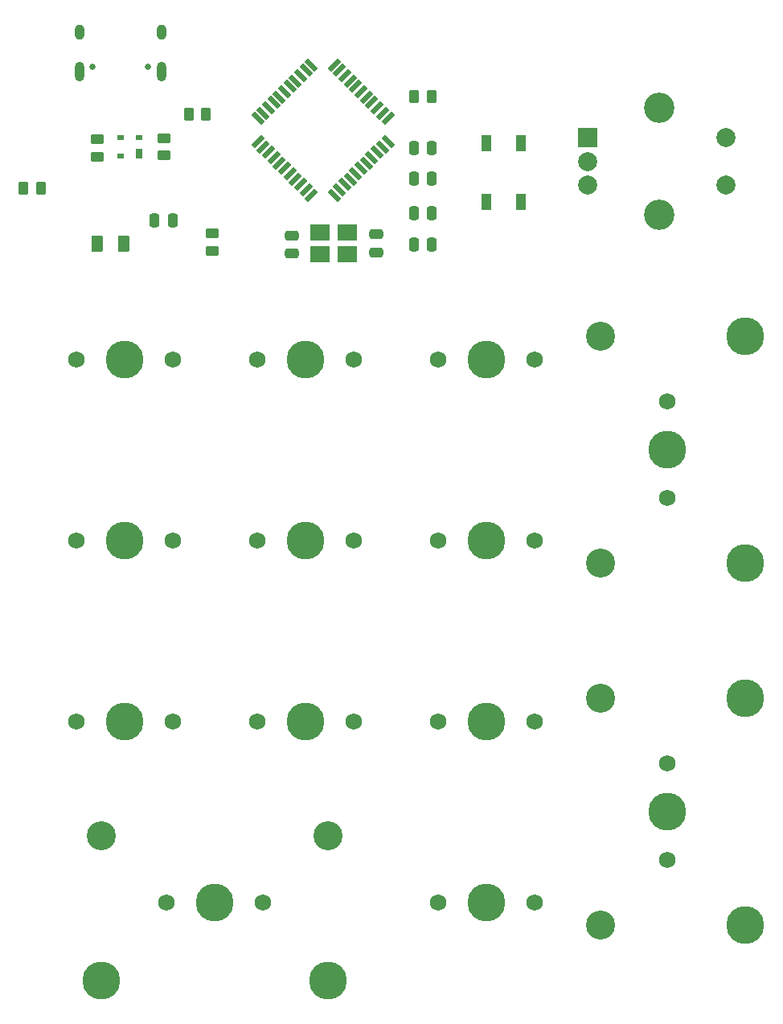
<source format=gts>
G04 #@! TF.GenerationSoftware,KiCad,Pcbnew,(6.0.5)*
G04 #@! TF.CreationDate,2023-01-08T23:57:36-05:00*
G04 #@! TF.ProjectId,macro-pad-pcb,6d616372-6f2d-4706-9164-2d7063622e6b,rev?*
G04 #@! TF.SameCoordinates,Original*
G04 #@! TF.FileFunction,Soldermask,Top*
G04 #@! TF.FilePolarity,Negative*
%FSLAX46Y46*%
G04 Gerber Fmt 4.6, Leading zero omitted, Abs format (unit mm)*
G04 Created by KiCad (PCBNEW (6.0.5)) date 2023-01-08 23:57:36*
%MOMM*%
%LPD*%
G01*
G04 APERTURE LIST*
G04 Aperture macros list*
%AMRoundRect*
0 Rectangle with rounded corners*
0 $1 Rounding radius*
0 $2 $3 $4 $5 $6 $7 $8 $9 X,Y pos of 4 corners*
0 Add a 4 corners polygon primitive as box body*
4,1,4,$2,$3,$4,$5,$6,$7,$8,$9,$2,$3,0*
0 Add four circle primitives for the rounded corners*
1,1,$1+$1,$2,$3*
1,1,$1+$1,$4,$5*
1,1,$1+$1,$6,$7*
1,1,$1+$1,$8,$9*
0 Add four rect primitives between the rounded corners*
20,1,$1+$1,$2,$3,$4,$5,0*
20,1,$1+$1,$4,$5,$6,$7,0*
20,1,$1+$1,$6,$7,$8,$9,0*
20,1,$1+$1,$8,$9,$2,$3,0*%
%AMRotRect*
0 Rectangle, with rotation*
0 The origin of the aperture is its center*
0 $1 length*
0 $2 width*
0 $3 Rotation angle, in degrees counterclockwise*
0 Add horizontal line*
21,1,$1,$2,0,0,$3*%
G04 Aperture macros list end*
%ADD10C,3.987800*%
%ADD11C,1.750000*%
%ADD12C,3.048000*%
%ADD13RoundRect,0.250000X-0.450000X0.262500X-0.450000X-0.262500X0.450000X-0.262500X0.450000X0.262500X0*%
%ADD14RotRect,1.500000X0.550000X45.000000*%
%ADD15RotRect,1.500000X0.550000X315.000000*%
%ADD16RoundRect,0.250000X0.262500X0.450000X-0.262500X0.450000X-0.262500X-0.450000X0.262500X-0.450000X0*%
%ADD17RoundRect,0.250000X0.475000X-0.250000X0.475000X0.250000X-0.475000X0.250000X-0.475000X-0.250000X0*%
%ADD18RoundRect,0.250000X-0.475000X0.250000X-0.475000X-0.250000X0.475000X-0.250000X0.475000X0.250000X0*%
%ADD19RoundRect,0.250000X-0.250000X-0.475000X0.250000X-0.475000X0.250000X0.475000X-0.250000X0.475000X0*%
%ADD20C,2.000000*%
%ADD21C,3.200000*%
%ADD22R,2.000000X2.000000*%
%ADD23RoundRect,0.250000X-0.262500X-0.450000X0.262500X-0.450000X0.262500X0.450000X-0.262500X0.450000X0*%
%ADD24R,0.700000X0.600000*%
%ADD25R,0.700000X1.000000*%
%ADD26R,2.100000X1.800000*%
%ADD27R,1.100000X1.800000*%
%ADD28RoundRect,0.250000X-0.375000X-0.625000X0.375000X-0.625000X0.375000X0.625000X-0.375000X0.625000X0*%
%ADD29O,1.000000X2.100000*%
%ADD30O,1.000000X1.600000*%
%ADD31C,0.650000*%
G04 APERTURE END LIST*
D10*
G04 #@! TO.C,MX4*
X173037500Y-104775000D03*
D11*
X167957500Y-104775000D03*
X178117500Y-104775000D03*
G04 #@! TD*
D10*
G04 #@! TO.C,MX7*
X238442500Y-107188000D03*
D11*
X230187500Y-90170000D03*
X230187500Y-100330000D03*
D12*
X223202500Y-83312000D03*
D10*
X238442500Y-83312000D03*
X230187500Y-95250000D03*
D12*
X223202500Y-107188000D03*
G04 #@! TD*
D10*
G04 #@! TO.C,MX6*
X211137500Y-104775000D03*
D11*
X216217500Y-104775000D03*
X206057500Y-104775000D03*
G04 #@! TD*
D13*
G04 #@! TO.C,R5*
X170180000Y-64412500D03*
X170180000Y-62587500D03*
G04 #@! TD*
D14*
G04 #@! TO.C,U2*
X195131082Y-54736064D03*
X195696767Y-55301750D03*
X196262452Y-55867435D03*
X196828138Y-56433120D03*
X197393823Y-56998806D03*
X197959509Y-57564491D03*
X198525194Y-58130177D03*
X199090880Y-58695862D03*
X199656565Y-59261548D03*
X200222250Y-59827233D03*
X200787936Y-60392918D03*
D15*
X200787936Y-62797082D03*
X200222250Y-63362767D03*
X199656565Y-63928452D03*
X199090880Y-64494138D03*
X198525194Y-65059823D03*
X197959509Y-65625509D03*
X197393823Y-66191194D03*
X196828138Y-66756880D03*
X196262452Y-67322565D03*
X195696767Y-67888250D03*
X195131082Y-68453936D03*
D14*
X192726918Y-68453936D03*
X192161233Y-67888250D03*
X191595548Y-67322565D03*
X191029862Y-66756880D03*
X190464177Y-66191194D03*
X189898491Y-65625509D03*
X189332806Y-65059823D03*
X188767120Y-64494138D03*
X188201435Y-63928452D03*
X187635750Y-63362767D03*
X187070064Y-62797082D03*
D15*
X187070064Y-60392918D03*
X187635750Y-59827233D03*
X188201435Y-59261548D03*
X188767120Y-58695862D03*
X189332806Y-58130177D03*
X189898491Y-57564491D03*
X190464177Y-56998806D03*
X191029862Y-56433120D03*
X191595548Y-55867435D03*
X192161233Y-55301750D03*
X192726918Y-54736064D03*
G04 #@! TD*
D16*
G04 #@! TO.C,R3*
X162409500Y-67691000D03*
X164234500Y-67691000D03*
G04 #@! TD*
D17*
G04 #@! TO.C,C2*
X199517000Y-72583000D03*
X199517000Y-74483000D03*
G04 #@! TD*
D18*
G04 #@! TO.C,C1*
X190627000Y-74610000D03*
X190627000Y-72710000D03*
G04 #@! TD*
D11*
G04 #@! TO.C,MX8*
X167957500Y-123825000D03*
D10*
X173037500Y-123825000D03*
D11*
X178117500Y-123825000D03*
G04 #@! TD*
D19*
G04 #@! TO.C,C3*
X178115000Y-71120000D03*
X176215000Y-71120000D03*
G04 #@! TD*
D11*
G04 #@! TO.C,MX5*
X197167500Y-104775000D03*
D10*
X192087500Y-104775000D03*
D11*
X187007500Y-104775000D03*
G04 #@! TD*
D20*
G04 #@! TO.C,SW2*
X236358000Y-62397000D03*
X236358000Y-67397000D03*
D21*
X229358000Y-70497000D03*
X229358000Y-59297000D03*
D20*
X221858000Y-64897000D03*
X221858000Y-67397000D03*
D22*
X221858000Y-62397000D03*
G04 #@! TD*
D12*
G04 #@! TO.C,MX11*
X170624500Y-135890000D03*
D11*
X177482500Y-142875000D03*
D10*
X194500500Y-151130000D03*
D11*
X187642500Y-142875000D03*
D10*
X170624500Y-151130000D03*
X182562500Y-142875000D03*
D12*
X194500500Y-135890000D03*
G04 #@! TD*
D23*
G04 #@! TO.C,R2*
X181633500Y-59944000D03*
X179808500Y-59944000D03*
G04 #@! TD*
D11*
G04 #@! TO.C,MX12*
X206057500Y-142875000D03*
D10*
X211137500Y-142875000D03*
D11*
X216217500Y-142875000D03*
G04 #@! TD*
D23*
G04 #@! TO.C,R6*
X205382500Y-58039000D03*
X203557500Y-58039000D03*
G04 #@! TD*
D10*
G04 #@! TO.C,MX13*
X230187500Y-133350000D03*
D11*
X230187500Y-138430000D03*
X230187500Y-128270000D03*
D10*
X238442500Y-145288000D03*
D12*
X223202500Y-145288000D03*
X223202500Y-121412000D03*
D10*
X238442500Y-121412000D03*
G04 #@! TD*
D11*
G04 #@! TO.C,MX9*
X197167500Y-123825000D03*
D10*
X192087500Y-123825000D03*
D11*
X187007500Y-123825000D03*
G04 #@! TD*
G04 #@! TO.C,MX10*
X206057500Y-123825000D03*
X216217500Y-123825000D03*
D10*
X211137500Y-123825000D03*
G04 #@! TD*
D19*
G04 #@! TO.C,C7*
X205420000Y-66675000D03*
X203520000Y-66675000D03*
G04 #@! TD*
D13*
G04 #@! TO.C,R4*
X177165000Y-64285500D03*
X177165000Y-62460500D03*
G04 #@! TD*
D19*
G04 #@! TO.C,C5*
X205420000Y-70358000D03*
X203520000Y-70358000D03*
G04 #@! TD*
G04 #@! TO.C,C6*
X205420000Y-73660000D03*
X203520000Y-73660000D03*
G04 #@! TD*
D11*
G04 #@! TO.C,MX3*
X216217500Y-85725000D03*
D10*
X211137500Y-85725000D03*
D11*
X206057500Y-85725000D03*
G04 #@! TD*
D24*
G04 #@! TO.C,U1*
X172609000Y-64323000D03*
X172609000Y-62423000D03*
X174609000Y-62423000D03*
D25*
X174609000Y-64123000D03*
G04 #@! TD*
D10*
G04 #@! TO.C,MX1*
X173037500Y-85725000D03*
D11*
X178117500Y-85725000D03*
X167957500Y-85725000D03*
G04 #@! TD*
D13*
G04 #@! TO.C,R1*
X182245000Y-74318500D03*
X182245000Y-72493500D03*
G04 #@! TD*
D11*
G04 #@! TO.C,MX2*
X187007500Y-85725000D03*
X197167500Y-85725000D03*
D10*
X192087500Y-85725000D03*
G04 #@! TD*
D26*
G04 #@! TO.C,Y1*
X193622000Y-72383000D03*
X196522000Y-72383000D03*
X196522000Y-74683000D03*
X193622000Y-74683000D03*
G04 #@! TD*
D27*
G04 #@! TO.C,SW1*
X214829000Y-69140000D03*
X211129000Y-62940000D03*
X211129000Y-69140000D03*
X214829000Y-62940000D03*
G04 #@! TD*
D28*
G04 #@! TO.C,F1*
X172977000Y-73533000D03*
X170177000Y-73533000D03*
G04 #@! TD*
D19*
G04 #@! TO.C,C4*
X205420000Y-63500000D03*
X203520000Y-63500000D03*
G04 #@! TD*
D29*
G04 #@! TO.C,USB1*
X176917000Y-55481000D03*
D30*
X176917000Y-51301000D03*
D29*
X168277000Y-55481000D03*
D30*
X168277000Y-51301000D03*
D31*
X175487000Y-54951000D03*
X169707000Y-54951000D03*
G04 #@! TD*
M02*

</source>
